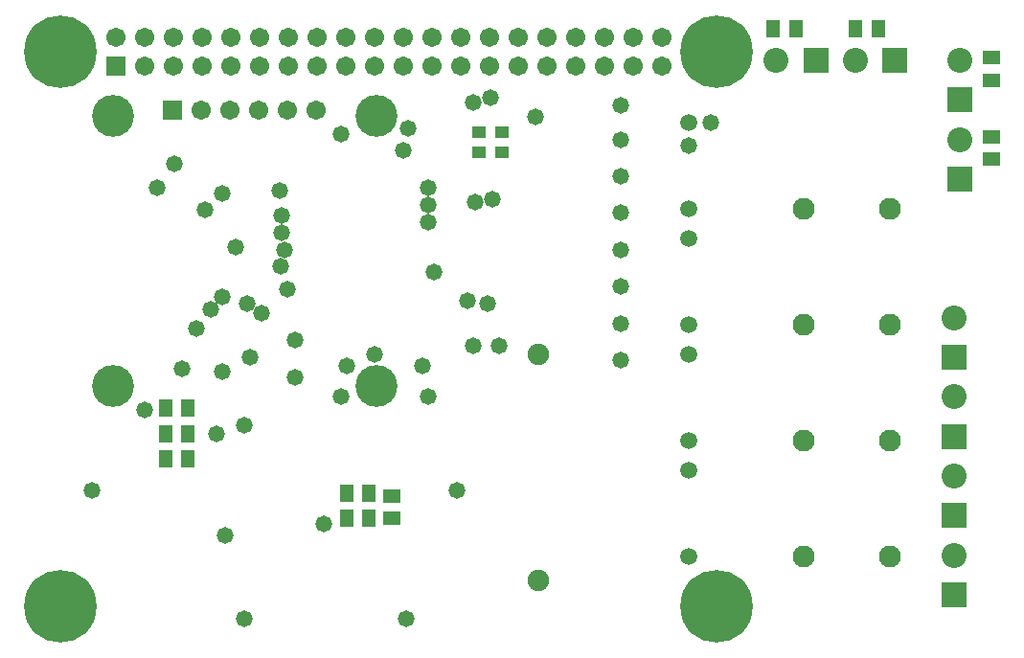
<source format=gbs>
G04*
G04 #@! TF.GenerationSoftware,Altium Limited,Altium Designer,21.7.1 (17)*
G04*
G04 Layer_Color=16711935*
%FSLAX25Y25*%
%MOIN*%
G70*
G04*
G04 #@! TF.SameCoordinates,805F3405-D18D-4A14-B230-685FC2141578*
G04*
G04*
G04 #@! TF.FilePolarity,Negative*
G04*
G01*
G75*
%ADD33R,0.05918X0.04737*%
%ADD36R,0.04737X0.05918*%
%ADD44C,0.07493*%
%ADD45C,0.06706*%
%ADD46R,0.06706X0.06706*%
%ADD47C,0.14580*%
%ADD48R,0.06706X0.06706*%
%ADD49R,0.08674X0.08674*%
%ADD50C,0.08674*%
%ADD51R,0.08674X0.08674*%
%ADD52C,0.05918*%
%ADD53C,0.07690*%
%ADD54C,0.25210*%
%ADD55C,0.05800*%
%ADD72R,0.04540X0.03950*%
D33*
X337598Y169291D02*
D03*
Y177165D02*
D03*
Y196850D02*
D03*
Y204724D02*
D03*
X128937Y52165D02*
D03*
Y44291D02*
D03*
D36*
X298228Y214567D02*
D03*
X290354D02*
D03*
X269685D02*
D03*
X261811D02*
D03*
X58071Y82677D02*
D03*
X50197D02*
D03*
X121063Y53150D02*
D03*
X113189D02*
D03*
Y44291D02*
D03*
X121063D02*
D03*
X58071Y73819D02*
D03*
X50197D02*
D03*
Y64961D02*
D03*
X58071D02*
D03*
D44*
X180118Y101378D02*
D03*
Y22638D02*
D03*
D45*
X92756Y186221D02*
D03*
X102756D02*
D03*
X62756D02*
D03*
X72756D02*
D03*
X82756D02*
D03*
X32874Y211772D02*
D03*
X42874Y201772D02*
D03*
Y211772D02*
D03*
X52874Y201772D02*
D03*
Y211772D02*
D03*
X62874Y201772D02*
D03*
Y211772D02*
D03*
X72874Y201772D02*
D03*
Y211772D02*
D03*
X82874Y201772D02*
D03*
Y211772D02*
D03*
X92874Y201772D02*
D03*
Y211772D02*
D03*
X102874Y201772D02*
D03*
Y211772D02*
D03*
X112874Y201772D02*
D03*
Y211772D02*
D03*
X122874Y201772D02*
D03*
Y211772D02*
D03*
X132874Y201772D02*
D03*
Y211772D02*
D03*
X142874Y201772D02*
D03*
Y211772D02*
D03*
X152874Y201772D02*
D03*
Y211772D02*
D03*
X162874Y201772D02*
D03*
Y211772D02*
D03*
X172874Y201772D02*
D03*
Y211772D02*
D03*
X182874Y201772D02*
D03*
Y211772D02*
D03*
X192874Y201772D02*
D03*
Y211772D02*
D03*
X202874Y201772D02*
D03*
Y211772D02*
D03*
X212874Y201772D02*
D03*
Y211772D02*
D03*
X222874Y201772D02*
D03*
Y211772D02*
D03*
D46*
X52756Y186221D02*
D03*
D47*
X31890Y184252D02*
D03*
X123622D02*
D03*
Y90551D02*
D03*
X31890D02*
D03*
D48*
X32874Y201772D02*
D03*
D49*
X326772Y162402D02*
D03*
Y189961D02*
D03*
X324803Y100394D02*
D03*
Y72835D02*
D03*
Y45276D02*
D03*
Y17717D02*
D03*
D50*
X326772Y176181D02*
D03*
Y203740D02*
D03*
X290354D02*
D03*
X262795D02*
D03*
X324803Y114173D02*
D03*
Y86614D02*
D03*
Y59055D02*
D03*
Y31496D02*
D03*
D51*
X304134Y203740D02*
D03*
X276575D02*
D03*
D52*
X232283Y31024D02*
D03*
Y61024D02*
D03*
Y101378D02*
D03*
Y71378D02*
D03*
Y141732D02*
D03*
Y111732D02*
D03*
Y182087D02*
D03*
Y152087D02*
D03*
D53*
X272284Y31024D02*
D03*
X302284D02*
D03*
Y71378D02*
D03*
X272284D02*
D03*
X302284Y111732D02*
D03*
X272284D02*
D03*
X302284Y152087D02*
D03*
X272284D02*
D03*
D54*
X13780Y206693D02*
D03*
X242126D02*
D03*
Y13780D02*
D03*
X13780D02*
D03*
D55*
X77756Y9279D02*
D03*
X133858D02*
D03*
X208661Y187992D02*
D03*
X158086Y154478D02*
D03*
X164035Y155252D02*
D03*
X141732Y86614D02*
D03*
X123031Y101378D02*
D03*
X92827Y123957D02*
D03*
X70187Y121369D02*
D03*
X83850Y115850D02*
D03*
X78803Y119095D02*
D03*
X65945Y117126D02*
D03*
X111221Y86614D02*
D03*
X105315Y42323D02*
D03*
X240158Y182087D02*
D03*
X232283Y174213D02*
D03*
X208661Y150591D02*
D03*
Y163386D02*
D03*
Y176181D02*
D03*
X179134Y184055D02*
D03*
X139764Y97441D02*
D03*
X157480Y104331D02*
D03*
X166339D02*
D03*
X162402Y119095D02*
D03*
X155512Y120079D02*
D03*
X132874Y172244D02*
D03*
X24606Y54134D02*
D03*
X43044Y81956D02*
D03*
X151575Y54134D02*
D03*
X56102Y96457D02*
D03*
X67913Y73819D02*
D03*
X89909Y158371D02*
D03*
X47244Y159449D02*
D03*
X163386Y190850D02*
D03*
X157480Y188976D02*
D03*
X95472Y93504D02*
D03*
Y106299D02*
D03*
X74740Y138779D02*
D03*
X53517Y167691D02*
D03*
X69882Y157480D02*
D03*
X141732Y153449D02*
D03*
Y159449D02*
D03*
X90361Y131924D02*
D03*
X90551Y149726D02*
D03*
X90547Y143726D02*
D03*
X91538Y137808D02*
D03*
X141732Y147449D02*
D03*
X143701Y129921D02*
D03*
X69882Y95472D02*
D03*
X79724Y100394D02*
D03*
X111221Y178150D02*
D03*
X70866Y38386D02*
D03*
X61024Y110236D02*
D03*
X77756Y76772D02*
D03*
X63976Y151575D02*
D03*
X113189Y97441D02*
D03*
X134843Y180118D02*
D03*
X208661Y99410D02*
D03*
Y112205D02*
D03*
Y125000D02*
D03*
Y137795D02*
D03*
D72*
X159448Y171653D02*
D03*
X159449Y178740D02*
D03*
X167322Y171653D02*
D03*
X167323Y178740D02*
D03*
M02*

</source>
